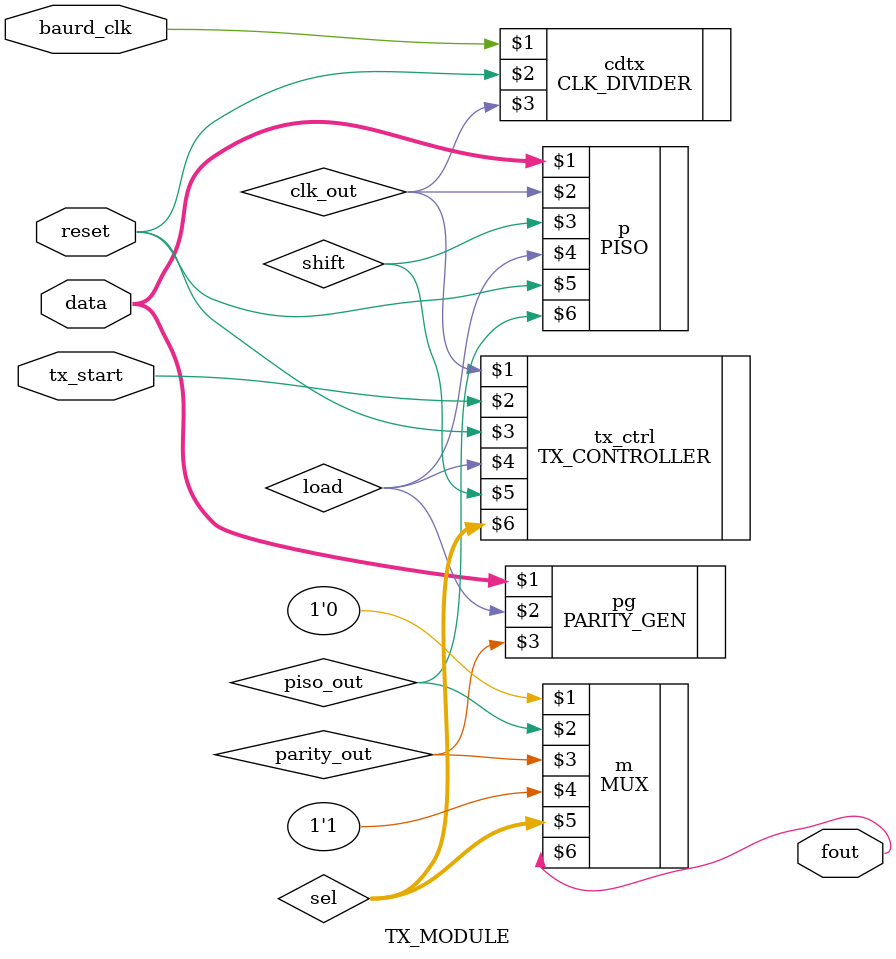
<source format=v>
`timescale 1ns / 1ps
module TX_MODULE(
		input baurd_clk,reset,tx_start, 
		input [7:0] data,
		output fout
    );
	 
	 wire load,shift,piso_out,parity_out,clk_out;
	 wire [1:0] sel;
	 
	 TX_CONTROLLER tx_ctrl(clk_out , tx_start , reset , load , shift , sel);
	 PISO p(data , clk_out , shift , load , reset , piso_out);
	 PARITY_GEN pg(data , load , parity_out);
	 MUX m(1'b0 , piso_out , parity_out , 1'b1 , sel , fout);
	 CLK_DIVIDER cdtx(baurd_clk , reset , clk_out);
	 
endmodule

</source>
